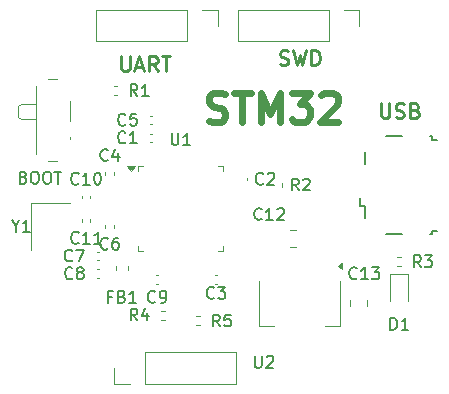
<source format=gbr>
%TF.GenerationSoftware,KiCad,Pcbnew,8.0.3*%
%TF.CreationDate,2024-07-09T00:13:46+05:30*%
%TF.ProjectId,STM32 PCB DESIGN,53544d33-3220-4504-9342-204445534947,rev?*%
%TF.SameCoordinates,Original*%
%TF.FileFunction,Legend,Top*%
%TF.FilePolarity,Positive*%
%FSLAX46Y46*%
G04 Gerber Fmt 4.6, Leading zero omitted, Abs format (unit mm)*
G04 Created by KiCad (PCBNEW 8.0.3) date 2024-07-09 00:13:46*
%MOMM*%
%LPD*%
G01*
G04 APERTURE LIST*
%ADD10C,0.600000*%
%ADD11C,0.250000*%
%ADD12C,0.200000*%
%ADD13C,0.150000*%
%ADD14C,0.120000*%
G04 APERTURE END LIST*
D10*
X118370926Y-47043800D02*
X118728069Y-47162847D01*
X118728069Y-47162847D02*
X119323307Y-47162847D01*
X119323307Y-47162847D02*
X119561402Y-47043800D01*
X119561402Y-47043800D02*
X119680450Y-46924752D01*
X119680450Y-46924752D02*
X119799497Y-46686657D01*
X119799497Y-46686657D02*
X119799497Y-46448561D01*
X119799497Y-46448561D02*
X119680450Y-46210466D01*
X119680450Y-46210466D02*
X119561402Y-46091419D01*
X119561402Y-46091419D02*
X119323307Y-45972371D01*
X119323307Y-45972371D02*
X118847116Y-45853323D01*
X118847116Y-45853323D02*
X118609021Y-45734276D01*
X118609021Y-45734276D02*
X118489974Y-45615228D01*
X118489974Y-45615228D02*
X118370926Y-45377133D01*
X118370926Y-45377133D02*
X118370926Y-45139038D01*
X118370926Y-45139038D02*
X118489974Y-44900942D01*
X118489974Y-44900942D02*
X118609021Y-44781895D01*
X118609021Y-44781895D02*
X118847116Y-44662847D01*
X118847116Y-44662847D02*
X119442355Y-44662847D01*
X119442355Y-44662847D02*
X119799497Y-44781895D01*
X120513783Y-44662847D02*
X121942354Y-44662847D01*
X121228068Y-47162847D02*
X121228068Y-44662847D01*
X122775688Y-47162847D02*
X122775688Y-44662847D01*
X122775688Y-44662847D02*
X123609021Y-46448561D01*
X123609021Y-46448561D02*
X124442354Y-44662847D01*
X124442354Y-44662847D02*
X124442354Y-47162847D01*
X125394735Y-44662847D02*
X126942354Y-44662847D01*
X126942354Y-44662847D02*
X126109021Y-45615228D01*
X126109021Y-45615228D02*
X126466164Y-45615228D01*
X126466164Y-45615228D02*
X126704259Y-45734276D01*
X126704259Y-45734276D02*
X126823307Y-45853323D01*
X126823307Y-45853323D02*
X126942354Y-46091419D01*
X126942354Y-46091419D02*
X126942354Y-46686657D01*
X126942354Y-46686657D02*
X126823307Y-46924752D01*
X126823307Y-46924752D02*
X126704259Y-47043800D01*
X126704259Y-47043800D02*
X126466164Y-47162847D01*
X126466164Y-47162847D02*
X125751878Y-47162847D01*
X125751878Y-47162847D02*
X125513783Y-47043800D01*
X125513783Y-47043800D02*
X125394735Y-46924752D01*
X127894735Y-44900942D02*
X128013783Y-44781895D01*
X128013783Y-44781895D02*
X128251878Y-44662847D01*
X128251878Y-44662847D02*
X128847116Y-44662847D01*
X128847116Y-44662847D02*
X129085211Y-44781895D01*
X129085211Y-44781895D02*
X129204259Y-44900942D01*
X129204259Y-44900942D02*
X129323306Y-45139038D01*
X129323306Y-45139038D02*
X129323306Y-45377133D01*
X129323306Y-45377133D02*
X129204259Y-45734276D01*
X129204259Y-45734276D02*
X127775687Y-47162847D01*
X127775687Y-47162847D02*
X129323306Y-47162847D01*
D11*
X132962092Y-45584023D02*
X132962092Y-46595928D01*
X132962092Y-46595928D02*
X133021615Y-46714976D01*
X133021615Y-46714976D02*
X133081139Y-46774500D01*
X133081139Y-46774500D02*
X133200187Y-46834023D01*
X133200187Y-46834023D02*
X133438282Y-46834023D01*
X133438282Y-46834023D02*
X133557330Y-46774500D01*
X133557330Y-46774500D02*
X133616853Y-46714976D01*
X133616853Y-46714976D02*
X133676377Y-46595928D01*
X133676377Y-46595928D02*
X133676377Y-45584023D01*
X134212092Y-46774500D02*
X134390663Y-46834023D01*
X134390663Y-46834023D02*
X134688282Y-46834023D01*
X134688282Y-46834023D02*
X134807330Y-46774500D01*
X134807330Y-46774500D02*
X134866854Y-46714976D01*
X134866854Y-46714976D02*
X134926377Y-46595928D01*
X134926377Y-46595928D02*
X134926377Y-46476880D01*
X134926377Y-46476880D02*
X134866854Y-46357833D01*
X134866854Y-46357833D02*
X134807330Y-46298309D01*
X134807330Y-46298309D02*
X134688282Y-46238785D01*
X134688282Y-46238785D02*
X134450187Y-46179261D01*
X134450187Y-46179261D02*
X134331139Y-46119738D01*
X134331139Y-46119738D02*
X134271616Y-46060214D01*
X134271616Y-46060214D02*
X134212092Y-45941166D01*
X134212092Y-45941166D02*
X134212092Y-45822119D01*
X134212092Y-45822119D02*
X134271616Y-45703071D01*
X134271616Y-45703071D02*
X134331139Y-45643547D01*
X134331139Y-45643547D02*
X134450187Y-45584023D01*
X134450187Y-45584023D02*
X134747806Y-45584023D01*
X134747806Y-45584023D02*
X134926377Y-45643547D01*
X135878758Y-46179261D02*
X136057330Y-46238785D01*
X136057330Y-46238785D02*
X136116853Y-46298309D01*
X136116853Y-46298309D02*
X136176377Y-46417357D01*
X136176377Y-46417357D02*
X136176377Y-46595928D01*
X136176377Y-46595928D02*
X136116853Y-46714976D01*
X136116853Y-46714976D02*
X136057330Y-46774500D01*
X136057330Y-46774500D02*
X135938282Y-46834023D01*
X135938282Y-46834023D02*
X135462092Y-46834023D01*
X135462092Y-46834023D02*
X135462092Y-45584023D01*
X135462092Y-45584023D02*
X135878758Y-45584023D01*
X135878758Y-45584023D02*
X135997806Y-45643547D01*
X135997806Y-45643547D02*
X136057330Y-45703071D01*
X136057330Y-45703071D02*
X136116853Y-45822119D01*
X136116853Y-45822119D02*
X136116853Y-45941166D01*
X136116853Y-45941166D02*
X136057330Y-46060214D01*
X136057330Y-46060214D02*
X135997806Y-46119738D01*
X135997806Y-46119738D02*
X135878758Y-46179261D01*
X135878758Y-46179261D02*
X135462092Y-46179261D01*
X110962092Y-41584023D02*
X110962092Y-42595928D01*
X110962092Y-42595928D02*
X111021615Y-42714976D01*
X111021615Y-42714976D02*
X111081139Y-42774500D01*
X111081139Y-42774500D02*
X111200187Y-42834023D01*
X111200187Y-42834023D02*
X111438282Y-42834023D01*
X111438282Y-42834023D02*
X111557330Y-42774500D01*
X111557330Y-42774500D02*
X111616853Y-42714976D01*
X111616853Y-42714976D02*
X111676377Y-42595928D01*
X111676377Y-42595928D02*
X111676377Y-41584023D01*
X112212092Y-42476880D02*
X112807330Y-42476880D01*
X112093044Y-42834023D02*
X112509711Y-41584023D01*
X112509711Y-41584023D02*
X112926377Y-42834023D01*
X114057330Y-42834023D02*
X113640664Y-42238785D01*
X113343045Y-42834023D02*
X113343045Y-41584023D01*
X113343045Y-41584023D02*
X113819235Y-41584023D01*
X113819235Y-41584023D02*
X113938283Y-41643547D01*
X113938283Y-41643547D02*
X113997806Y-41703071D01*
X113997806Y-41703071D02*
X114057330Y-41822119D01*
X114057330Y-41822119D02*
X114057330Y-42000690D01*
X114057330Y-42000690D02*
X113997806Y-42119738D01*
X113997806Y-42119738D02*
X113938283Y-42179261D01*
X113938283Y-42179261D02*
X113819235Y-42238785D01*
X113819235Y-42238785D02*
X113343045Y-42238785D01*
X114414473Y-41584023D02*
X115128759Y-41584023D01*
X114771616Y-42834023D02*
X114771616Y-41584023D01*
X124402568Y-42274500D02*
X124581139Y-42334023D01*
X124581139Y-42334023D02*
X124878758Y-42334023D01*
X124878758Y-42334023D02*
X124997806Y-42274500D01*
X124997806Y-42274500D02*
X125057330Y-42214976D01*
X125057330Y-42214976D02*
X125116853Y-42095928D01*
X125116853Y-42095928D02*
X125116853Y-41976880D01*
X125116853Y-41976880D02*
X125057330Y-41857833D01*
X125057330Y-41857833D02*
X124997806Y-41798309D01*
X124997806Y-41798309D02*
X124878758Y-41738785D01*
X124878758Y-41738785D02*
X124640663Y-41679261D01*
X124640663Y-41679261D02*
X124521615Y-41619738D01*
X124521615Y-41619738D02*
X124462092Y-41560214D01*
X124462092Y-41560214D02*
X124402568Y-41441166D01*
X124402568Y-41441166D02*
X124402568Y-41322119D01*
X124402568Y-41322119D02*
X124462092Y-41203071D01*
X124462092Y-41203071D02*
X124521615Y-41143547D01*
X124521615Y-41143547D02*
X124640663Y-41084023D01*
X124640663Y-41084023D02*
X124938282Y-41084023D01*
X124938282Y-41084023D02*
X125116853Y-41143547D01*
X125533520Y-41084023D02*
X125831139Y-42334023D01*
X125831139Y-42334023D02*
X126069234Y-41441166D01*
X126069234Y-41441166D02*
X126307329Y-42334023D01*
X126307329Y-42334023D02*
X126604949Y-41084023D01*
X127081139Y-42334023D02*
X127081139Y-41084023D01*
X127081139Y-41084023D02*
X127378758Y-41084023D01*
X127378758Y-41084023D02*
X127557329Y-41143547D01*
X127557329Y-41143547D02*
X127676377Y-41262595D01*
X127676377Y-41262595D02*
X127735900Y-41381642D01*
X127735900Y-41381642D02*
X127795424Y-41619738D01*
X127795424Y-41619738D02*
X127795424Y-41798309D01*
X127795424Y-41798309D02*
X127735900Y-42036404D01*
X127735900Y-42036404D02*
X127676377Y-42155452D01*
X127676377Y-42155452D02*
X127557329Y-42274500D01*
X127557329Y-42274500D02*
X127378758Y-42334023D01*
X127378758Y-42334023D02*
X127081139Y-42334023D01*
D12*
X102703006Y-51843409D02*
X102845863Y-51891028D01*
X102845863Y-51891028D02*
X102893482Y-51938647D01*
X102893482Y-51938647D02*
X102941101Y-52033885D01*
X102941101Y-52033885D02*
X102941101Y-52176742D01*
X102941101Y-52176742D02*
X102893482Y-52271980D01*
X102893482Y-52271980D02*
X102845863Y-52319600D01*
X102845863Y-52319600D02*
X102750625Y-52367219D01*
X102750625Y-52367219D02*
X102369673Y-52367219D01*
X102369673Y-52367219D02*
X102369673Y-51367219D01*
X102369673Y-51367219D02*
X102703006Y-51367219D01*
X102703006Y-51367219D02*
X102798244Y-51414838D01*
X102798244Y-51414838D02*
X102845863Y-51462457D01*
X102845863Y-51462457D02*
X102893482Y-51557695D01*
X102893482Y-51557695D02*
X102893482Y-51652933D01*
X102893482Y-51652933D02*
X102845863Y-51748171D01*
X102845863Y-51748171D02*
X102798244Y-51795790D01*
X102798244Y-51795790D02*
X102703006Y-51843409D01*
X102703006Y-51843409D02*
X102369673Y-51843409D01*
X103560149Y-51367219D02*
X103750625Y-51367219D01*
X103750625Y-51367219D02*
X103845863Y-51414838D01*
X103845863Y-51414838D02*
X103941101Y-51510076D01*
X103941101Y-51510076D02*
X103988720Y-51700552D01*
X103988720Y-51700552D02*
X103988720Y-52033885D01*
X103988720Y-52033885D02*
X103941101Y-52224361D01*
X103941101Y-52224361D02*
X103845863Y-52319600D01*
X103845863Y-52319600D02*
X103750625Y-52367219D01*
X103750625Y-52367219D02*
X103560149Y-52367219D01*
X103560149Y-52367219D02*
X103464911Y-52319600D01*
X103464911Y-52319600D02*
X103369673Y-52224361D01*
X103369673Y-52224361D02*
X103322054Y-52033885D01*
X103322054Y-52033885D02*
X103322054Y-51700552D01*
X103322054Y-51700552D02*
X103369673Y-51510076D01*
X103369673Y-51510076D02*
X103464911Y-51414838D01*
X103464911Y-51414838D02*
X103560149Y-51367219D01*
X104607768Y-51367219D02*
X104798244Y-51367219D01*
X104798244Y-51367219D02*
X104893482Y-51414838D01*
X104893482Y-51414838D02*
X104988720Y-51510076D01*
X104988720Y-51510076D02*
X105036339Y-51700552D01*
X105036339Y-51700552D02*
X105036339Y-52033885D01*
X105036339Y-52033885D02*
X104988720Y-52224361D01*
X104988720Y-52224361D02*
X104893482Y-52319600D01*
X104893482Y-52319600D02*
X104798244Y-52367219D01*
X104798244Y-52367219D02*
X104607768Y-52367219D01*
X104607768Y-52367219D02*
X104512530Y-52319600D01*
X104512530Y-52319600D02*
X104417292Y-52224361D01*
X104417292Y-52224361D02*
X104369673Y-52033885D01*
X104369673Y-52033885D02*
X104369673Y-51700552D01*
X104369673Y-51700552D02*
X104417292Y-51510076D01*
X104417292Y-51510076D02*
X104512530Y-51414838D01*
X104512530Y-51414838D02*
X104607768Y-51367219D01*
X105322054Y-51367219D02*
X105893482Y-51367219D01*
X105607768Y-52367219D02*
X105607768Y-51367219D01*
D13*
X112333333Y-63954819D02*
X112000000Y-63478628D01*
X111761905Y-63954819D02*
X111761905Y-62954819D01*
X111761905Y-62954819D02*
X112142857Y-62954819D01*
X112142857Y-62954819D02*
X112238095Y-63002438D01*
X112238095Y-63002438D02*
X112285714Y-63050057D01*
X112285714Y-63050057D02*
X112333333Y-63145295D01*
X112333333Y-63145295D02*
X112333333Y-63288152D01*
X112333333Y-63288152D02*
X112285714Y-63383390D01*
X112285714Y-63383390D02*
X112238095Y-63431009D01*
X112238095Y-63431009D02*
X112142857Y-63478628D01*
X112142857Y-63478628D02*
X111761905Y-63478628D01*
X113190476Y-63288152D02*
X113190476Y-63954819D01*
X112952381Y-62907200D02*
X112714286Y-63621485D01*
X112714286Y-63621485D02*
X113333333Y-63621485D01*
X106833333Y-60359580D02*
X106785714Y-60407200D01*
X106785714Y-60407200D02*
X106642857Y-60454819D01*
X106642857Y-60454819D02*
X106547619Y-60454819D01*
X106547619Y-60454819D02*
X106404762Y-60407200D01*
X106404762Y-60407200D02*
X106309524Y-60311961D01*
X106309524Y-60311961D02*
X106261905Y-60216723D01*
X106261905Y-60216723D02*
X106214286Y-60026247D01*
X106214286Y-60026247D02*
X106214286Y-59883390D01*
X106214286Y-59883390D02*
X106261905Y-59692914D01*
X106261905Y-59692914D02*
X106309524Y-59597676D01*
X106309524Y-59597676D02*
X106404762Y-59502438D01*
X106404762Y-59502438D02*
X106547619Y-59454819D01*
X106547619Y-59454819D02*
X106642857Y-59454819D01*
X106642857Y-59454819D02*
X106785714Y-59502438D01*
X106785714Y-59502438D02*
X106833333Y-59550057D01*
X107404762Y-59883390D02*
X107309524Y-59835771D01*
X107309524Y-59835771D02*
X107261905Y-59788152D01*
X107261905Y-59788152D02*
X107214286Y-59692914D01*
X107214286Y-59692914D02*
X107214286Y-59645295D01*
X107214286Y-59645295D02*
X107261905Y-59550057D01*
X107261905Y-59550057D02*
X107309524Y-59502438D01*
X107309524Y-59502438D02*
X107404762Y-59454819D01*
X107404762Y-59454819D02*
X107595238Y-59454819D01*
X107595238Y-59454819D02*
X107690476Y-59502438D01*
X107690476Y-59502438D02*
X107738095Y-59550057D01*
X107738095Y-59550057D02*
X107785714Y-59645295D01*
X107785714Y-59645295D02*
X107785714Y-59692914D01*
X107785714Y-59692914D02*
X107738095Y-59788152D01*
X107738095Y-59788152D02*
X107690476Y-59835771D01*
X107690476Y-59835771D02*
X107595238Y-59883390D01*
X107595238Y-59883390D02*
X107404762Y-59883390D01*
X107404762Y-59883390D02*
X107309524Y-59931009D01*
X107309524Y-59931009D02*
X107261905Y-59978628D01*
X107261905Y-59978628D02*
X107214286Y-60073866D01*
X107214286Y-60073866D02*
X107214286Y-60264342D01*
X107214286Y-60264342D02*
X107261905Y-60359580D01*
X107261905Y-60359580D02*
X107309524Y-60407200D01*
X107309524Y-60407200D02*
X107404762Y-60454819D01*
X107404762Y-60454819D02*
X107595238Y-60454819D01*
X107595238Y-60454819D02*
X107690476Y-60407200D01*
X107690476Y-60407200D02*
X107738095Y-60359580D01*
X107738095Y-60359580D02*
X107785714Y-60264342D01*
X107785714Y-60264342D02*
X107785714Y-60073866D01*
X107785714Y-60073866D02*
X107738095Y-59978628D01*
X107738095Y-59978628D02*
X107690476Y-59931009D01*
X107690476Y-59931009D02*
X107595238Y-59883390D01*
X122993333Y-52359580D02*
X122945714Y-52407200D01*
X122945714Y-52407200D02*
X122802857Y-52454819D01*
X122802857Y-52454819D02*
X122707619Y-52454819D01*
X122707619Y-52454819D02*
X122564762Y-52407200D01*
X122564762Y-52407200D02*
X122469524Y-52311961D01*
X122469524Y-52311961D02*
X122421905Y-52216723D01*
X122421905Y-52216723D02*
X122374286Y-52026247D01*
X122374286Y-52026247D02*
X122374286Y-51883390D01*
X122374286Y-51883390D02*
X122421905Y-51692914D01*
X122421905Y-51692914D02*
X122469524Y-51597676D01*
X122469524Y-51597676D02*
X122564762Y-51502438D01*
X122564762Y-51502438D02*
X122707619Y-51454819D01*
X122707619Y-51454819D02*
X122802857Y-51454819D01*
X122802857Y-51454819D02*
X122945714Y-51502438D01*
X122945714Y-51502438D02*
X122993333Y-51550057D01*
X123374286Y-51550057D02*
X123421905Y-51502438D01*
X123421905Y-51502438D02*
X123517143Y-51454819D01*
X123517143Y-51454819D02*
X123755238Y-51454819D01*
X123755238Y-51454819D02*
X123850476Y-51502438D01*
X123850476Y-51502438D02*
X123898095Y-51550057D01*
X123898095Y-51550057D02*
X123945714Y-51645295D01*
X123945714Y-51645295D02*
X123945714Y-51740533D01*
X123945714Y-51740533D02*
X123898095Y-51883390D01*
X123898095Y-51883390D02*
X123326667Y-52454819D01*
X123326667Y-52454819D02*
X123945714Y-52454819D01*
X109833333Y-50359580D02*
X109785714Y-50407200D01*
X109785714Y-50407200D02*
X109642857Y-50454819D01*
X109642857Y-50454819D02*
X109547619Y-50454819D01*
X109547619Y-50454819D02*
X109404762Y-50407200D01*
X109404762Y-50407200D02*
X109309524Y-50311961D01*
X109309524Y-50311961D02*
X109261905Y-50216723D01*
X109261905Y-50216723D02*
X109214286Y-50026247D01*
X109214286Y-50026247D02*
X109214286Y-49883390D01*
X109214286Y-49883390D02*
X109261905Y-49692914D01*
X109261905Y-49692914D02*
X109309524Y-49597676D01*
X109309524Y-49597676D02*
X109404762Y-49502438D01*
X109404762Y-49502438D02*
X109547619Y-49454819D01*
X109547619Y-49454819D02*
X109642857Y-49454819D01*
X109642857Y-49454819D02*
X109785714Y-49502438D01*
X109785714Y-49502438D02*
X109833333Y-49550057D01*
X110690476Y-49788152D02*
X110690476Y-50454819D01*
X110452381Y-49407200D02*
X110214286Y-50121485D01*
X110214286Y-50121485D02*
X110833333Y-50121485D01*
X111333333Y-47359580D02*
X111285714Y-47407200D01*
X111285714Y-47407200D02*
X111142857Y-47454819D01*
X111142857Y-47454819D02*
X111047619Y-47454819D01*
X111047619Y-47454819D02*
X110904762Y-47407200D01*
X110904762Y-47407200D02*
X110809524Y-47311961D01*
X110809524Y-47311961D02*
X110761905Y-47216723D01*
X110761905Y-47216723D02*
X110714286Y-47026247D01*
X110714286Y-47026247D02*
X110714286Y-46883390D01*
X110714286Y-46883390D02*
X110761905Y-46692914D01*
X110761905Y-46692914D02*
X110809524Y-46597676D01*
X110809524Y-46597676D02*
X110904762Y-46502438D01*
X110904762Y-46502438D02*
X111047619Y-46454819D01*
X111047619Y-46454819D02*
X111142857Y-46454819D01*
X111142857Y-46454819D02*
X111285714Y-46502438D01*
X111285714Y-46502438D02*
X111333333Y-46550057D01*
X112238095Y-46454819D02*
X111761905Y-46454819D01*
X111761905Y-46454819D02*
X111714286Y-46931009D01*
X111714286Y-46931009D02*
X111761905Y-46883390D01*
X111761905Y-46883390D02*
X111857143Y-46835771D01*
X111857143Y-46835771D02*
X112095238Y-46835771D01*
X112095238Y-46835771D02*
X112190476Y-46883390D01*
X112190476Y-46883390D02*
X112238095Y-46931009D01*
X112238095Y-46931009D02*
X112285714Y-47026247D01*
X112285714Y-47026247D02*
X112285714Y-47264342D01*
X112285714Y-47264342D02*
X112238095Y-47359580D01*
X112238095Y-47359580D02*
X112190476Y-47407200D01*
X112190476Y-47407200D02*
X112095238Y-47454819D01*
X112095238Y-47454819D02*
X111857143Y-47454819D01*
X111857143Y-47454819D02*
X111761905Y-47407200D01*
X111761905Y-47407200D02*
X111714286Y-47359580D01*
X107357142Y-52359580D02*
X107309523Y-52407200D01*
X107309523Y-52407200D02*
X107166666Y-52454819D01*
X107166666Y-52454819D02*
X107071428Y-52454819D01*
X107071428Y-52454819D02*
X106928571Y-52407200D01*
X106928571Y-52407200D02*
X106833333Y-52311961D01*
X106833333Y-52311961D02*
X106785714Y-52216723D01*
X106785714Y-52216723D02*
X106738095Y-52026247D01*
X106738095Y-52026247D02*
X106738095Y-51883390D01*
X106738095Y-51883390D02*
X106785714Y-51692914D01*
X106785714Y-51692914D02*
X106833333Y-51597676D01*
X106833333Y-51597676D02*
X106928571Y-51502438D01*
X106928571Y-51502438D02*
X107071428Y-51454819D01*
X107071428Y-51454819D02*
X107166666Y-51454819D01*
X107166666Y-51454819D02*
X107309523Y-51502438D01*
X107309523Y-51502438D02*
X107357142Y-51550057D01*
X108309523Y-52454819D02*
X107738095Y-52454819D01*
X108023809Y-52454819D02*
X108023809Y-51454819D01*
X108023809Y-51454819D02*
X107928571Y-51597676D01*
X107928571Y-51597676D02*
X107833333Y-51692914D01*
X107833333Y-51692914D02*
X107738095Y-51740533D01*
X108928571Y-51454819D02*
X109023809Y-51454819D01*
X109023809Y-51454819D02*
X109119047Y-51502438D01*
X109119047Y-51502438D02*
X109166666Y-51550057D01*
X109166666Y-51550057D02*
X109214285Y-51645295D01*
X109214285Y-51645295D02*
X109261904Y-51835771D01*
X109261904Y-51835771D02*
X109261904Y-52073866D01*
X109261904Y-52073866D02*
X109214285Y-52264342D01*
X109214285Y-52264342D02*
X109166666Y-52359580D01*
X109166666Y-52359580D02*
X109119047Y-52407200D01*
X109119047Y-52407200D02*
X109023809Y-52454819D01*
X109023809Y-52454819D02*
X108928571Y-52454819D01*
X108928571Y-52454819D02*
X108833333Y-52407200D01*
X108833333Y-52407200D02*
X108785714Y-52359580D01*
X108785714Y-52359580D02*
X108738095Y-52264342D01*
X108738095Y-52264342D02*
X108690476Y-52073866D01*
X108690476Y-52073866D02*
X108690476Y-51835771D01*
X108690476Y-51835771D02*
X108738095Y-51645295D01*
X108738095Y-51645295D02*
X108785714Y-51550057D01*
X108785714Y-51550057D02*
X108833333Y-51502438D01*
X108833333Y-51502438D02*
X108928571Y-51454819D01*
X119333333Y-64454819D02*
X119000000Y-63978628D01*
X118761905Y-64454819D02*
X118761905Y-63454819D01*
X118761905Y-63454819D02*
X119142857Y-63454819D01*
X119142857Y-63454819D02*
X119238095Y-63502438D01*
X119238095Y-63502438D02*
X119285714Y-63550057D01*
X119285714Y-63550057D02*
X119333333Y-63645295D01*
X119333333Y-63645295D02*
X119333333Y-63788152D01*
X119333333Y-63788152D02*
X119285714Y-63883390D01*
X119285714Y-63883390D02*
X119238095Y-63931009D01*
X119238095Y-63931009D02*
X119142857Y-63978628D01*
X119142857Y-63978628D02*
X118761905Y-63978628D01*
X120238095Y-63454819D02*
X119761905Y-63454819D01*
X119761905Y-63454819D02*
X119714286Y-63931009D01*
X119714286Y-63931009D02*
X119761905Y-63883390D01*
X119761905Y-63883390D02*
X119857143Y-63835771D01*
X119857143Y-63835771D02*
X120095238Y-63835771D01*
X120095238Y-63835771D02*
X120190476Y-63883390D01*
X120190476Y-63883390D02*
X120238095Y-63931009D01*
X120238095Y-63931009D02*
X120285714Y-64026247D01*
X120285714Y-64026247D02*
X120285714Y-64264342D01*
X120285714Y-64264342D02*
X120238095Y-64359580D01*
X120238095Y-64359580D02*
X120190476Y-64407200D01*
X120190476Y-64407200D02*
X120095238Y-64454819D01*
X120095238Y-64454819D02*
X119857143Y-64454819D01*
X119857143Y-64454819D02*
X119761905Y-64407200D01*
X119761905Y-64407200D02*
X119714286Y-64359580D01*
X111333333Y-48859580D02*
X111285714Y-48907200D01*
X111285714Y-48907200D02*
X111142857Y-48954819D01*
X111142857Y-48954819D02*
X111047619Y-48954819D01*
X111047619Y-48954819D02*
X110904762Y-48907200D01*
X110904762Y-48907200D02*
X110809524Y-48811961D01*
X110809524Y-48811961D02*
X110761905Y-48716723D01*
X110761905Y-48716723D02*
X110714286Y-48526247D01*
X110714286Y-48526247D02*
X110714286Y-48383390D01*
X110714286Y-48383390D02*
X110761905Y-48192914D01*
X110761905Y-48192914D02*
X110809524Y-48097676D01*
X110809524Y-48097676D02*
X110904762Y-48002438D01*
X110904762Y-48002438D02*
X111047619Y-47954819D01*
X111047619Y-47954819D02*
X111142857Y-47954819D01*
X111142857Y-47954819D02*
X111285714Y-48002438D01*
X111285714Y-48002438D02*
X111333333Y-48050057D01*
X112285714Y-48954819D02*
X111714286Y-48954819D01*
X112000000Y-48954819D02*
X112000000Y-47954819D01*
X112000000Y-47954819D02*
X111904762Y-48097676D01*
X111904762Y-48097676D02*
X111809524Y-48192914D01*
X111809524Y-48192914D02*
X111714286Y-48240533D01*
X136333333Y-59454819D02*
X136000000Y-58978628D01*
X135761905Y-59454819D02*
X135761905Y-58454819D01*
X135761905Y-58454819D02*
X136142857Y-58454819D01*
X136142857Y-58454819D02*
X136238095Y-58502438D01*
X136238095Y-58502438D02*
X136285714Y-58550057D01*
X136285714Y-58550057D02*
X136333333Y-58645295D01*
X136333333Y-58645295D02*
X136333333Y-58788152D01*
X136333333Y-58788152D02*
X136285714Y-58883390D01*
X136285714Y-58883390D02*
X136238095Y-58931009D01*
X136238095Y-58931009D02*
X136142857Y-58978628D01*
X136142857Y-58978628D02*
X135761905Y-58978628D01*
X136666667Y-58454819D02*
X137285714Y-58454819D01*
X137285714Y-58454819D02*
X136952381Y-58835771D01*
X136952381Y-58835771D02*
X137095238Y-58835771D01*
X137095238Y-58835771D02*
X137190476Y-58883390D01*
X137190476Y-58883390D02*
X137238095Y-58931009D01*
X137238095Y-58931009D02*
X137285714Y-59026247D01*
X137285714Y-59026247D02*
X137285714Y-59264342D01*
X137285714Y-59264342D02*
X137238095Y-59359580D01*
X137238095Y-59359580D02*
X137190476Y-59407200D01*
X137190476Y-59407200D02*
X137095238Y-59454819D01*
X137095238Y-59454819D02*
X136809524Y-59454819D01*
X136809524Y-59454819D02*
X136714286Y-59407200D01*
X136714286Y-59407200D02*
X136666667Y-59359580D01*
X122288095Y-66954819D02*
X122288095Y-67764342D01*
X122288095Y-67764342D02*
X122335714Y-67859580D01*
X122335714Y-67859580D02*
X122383333Y-67907200D01*
X122383333Y-67907200D02*
X122478571Y-67954819D01*
X122478571Y-67954819D02*
X122669047Y-67954819D01*
X122669047Y-67954819D02*
X122764285Y-67907200D01*
X122764285Y-67907200D02*
X122811904Y-67859580D01*
X122811904Y-67859580D02*
X122859523Y-67764342D01*
X122859523Y-67764342D02*
X122859523Y-66954819D01*
X123288095Y-67050057D02*
X123335714Y-67002438D01*
X123335714Y-67002438D02*
X123430952Y-66954819D01*
X123430952Y-66954819D02*
X123669047Y-66954819D01*
X123669047Y-66954819D02*
X123764285Y-67002438D01*
X123764285Y-67002438D02*
X123811904Y-67050057D01*
X123811904Y-67050057D02*
X123859523Y-67145295D01*
X123859523Y-67145295D02*
X123859523Y-67240533D01*
X123859523Y-67240533D02*
X123811904Y-67383390D01*
X123811904Y-67383390D02*
X123240476Y-67954819D01*
X123240476Y-67954819D02*
X123859523Y-67954819D01*
X106813333Y-58859580D02*
X106765714Y-58907200D01*
X106765714Y-58907200D02*
X106622857Y-58954819D01*
X106622857Y-58954819D02*
X106527619Y-58954819D01*
X106527619Y-58954819D02*
X106384762Y-58907200D01*
X106384762Y-58907200D02*
X106289524Y-58811961D01*
X106289524Y-58811961D02*
X106241905Y-58716723D01*
X106241905Y-58716723D02*
X106194286Y-58526247D01*
X106194286Y-58526247D02*
X106194286Y-58383390D01*
X106194286Y-58383390D02*
X106241905Y-58192914D01*
X106241905Y-58192914D02*
X106289524Y-58097676D01*
X106289524Y-58097676D02*
X106384762Y-58002438D01*
X106384762Y-58002438D02*
X106527619Y-57954819D01*
X106527619Y-57954819D02*
X106622857Y-57954819D01*
X106622857Y-57954819D02*
X106765714Y-58002438D01*
X106765714Y-58002438D02*
X106813333Y-58050057D01*
X107146667Y-57954819D02*
X107813333Y-57954819D01*
X107813333Y-57954819D02*
X107384762Y-58954819D01*
X118833333Y-62019580D02*
X118785714Y-62067200D01*
X118785714Y-62067200D02*
X118642857Y-62114819D01*
X118642857Y-62114819D02*
X118547619Y-62114819D01*
X118547619Y-62114819D02*
X118404762Y-62067200D01*
X118404762Y-62067200D02*
X118309524Y-61971961D01*
X118309524Y-61971961D02*
X118261905Y-61876723D01*
X118261905Y-61876723D02*
X118214286Y-61686247D01*
X118214286Y-61686247D02*
X118214286Y-61543390D01*
X118214286Y-61543390D02*
X118261905Y-61352914D01*
X118261905Y-61352914D02*
X118309524Y-61257676D01*
X118309524Y-61257676D02*
X118404762Y-61162438D01*
X118404762Y-61162438D02*
X118547619Y-61114819D01*
X118547619Y-61114819D02*
X118642857Y-61114819D01*
X118642857Y-61114819D02*
X118785714Y-61162438D01*
X118785714Y-61162438D02*
X118833333Y-61210057D01*
X119166667Y-61114819D02*
X119785714Y-61114819D01*
X119785714Y-61114819D02*
X119452381Y-61495771D01*
X119452381Y-61495771D02*
X119595238Y-61495771D01*
X119595238Y-61495771D02*
X119690476Y-61543390D01*
X119690476Y-61543390D02*
X119738095Y-61591009D01*
X119738095Y-61591009D02*
X119785714Y-61686247D01*
X119785714Y-61686247D02*
X119785714Y-61924342D01*
X119785714Y-61924342D02*
X119738095Y-62019580D01*
X119738095Y-62019580D02*
X119690476Y-62067200D01*
X119690476Y-62067200D02*
X119595238Y-62114819D01*
X119595238Y-62114819D02*
X119309524Y-62114819D01*
X119309524Y-62114819D02*
X119214286Y-62067200D01*
X119214286Y-62067200D02*
X119166667Y-62019580D01*
X110166666Y-61931009D02*
X109833333Y-61931009D01*
X109833333Y-62454819D02*
X109833333Y-61454819D01*
X109833333Y-61454819D02*
X110309523Y-61454819D01*
X111023809Y-61931009D02*
X111166666Y-61978628D01*
X111166666Y-61978628D02*
X111214285Y-62026247D01*
X111214285Y-62026247D02*
X111261904Y-62121485D01*
X111261904Y-62121485D02*
X111261904Y-62264342D01*
X111261904Y-62264342D02*
X111214285Y-62359580D01*
X111214285Y-62359580D02*
X111166666Y-62407200D01*
X111166666Y-62407200D02*
X111071428Y-62454819D01*
X111071428Y-62454819D02*
X110690476Y-62454819D01*
X110690476Y-62454819D02*
X110690476Y-61454819D01*
X110690476Y-61454819D02*
X111023809Y-61454819D01*
X111023809Y-61454819D02*
X111119047Y-61502438D01*
X111119047Y-61502438D02*
X111166666Y-61550057D01*
X111166666Y-61550057D02*
X111214285Y-61645295D01*
X111214285Y-61645295D02*
X111214285Y-61740533D01*
X111214285Y-61740533D02*
X111166666Y-61835771D01*
X111166666Y-61835771D02*
X111119047Y-61883390D01*
X111119047Y-61883390D02*
X111023809Y-61931009D01*
X111023809Y-61931009D02*
X110690476Y-61931009D01*
X112214285Y-62454819D02*
X111642857Y-62454819D01*
X111928571Y-62454819D02*
X111928571Y-61454819D01*
X111928571Y-61454819D02*
X111833333Y-61597676D01*
X111833333Y-61597676D02*
X111738095Y-61692914D01*
X111738095Y-61692914D02*
X111642857Y-61740533D01*
X122857142Y-55359580D02*
X122809523Y-55407200D01*
X122809523Y-55407200D02*
X122666666Y-55454819D01*
X122666666Y-55454819D02*
X122571428Y-55454819D01*
X122571428Y-55454819D02*
X122428571Y-55407200D01*
X122428571Y-55407200D02*
X122333333Y-55311961D01*
X122333333Y-55311961D02*
X122285714Y-55216723D01*
X122285714Y-55216723D02*
X122238095Y-55026247D01*
X122238095Y-55026247D02*
X122238095Y-54883390D01*
X122238095Y-54883390D02*
X122285714Y-54692914D01*
X122285714Y-54692914D02*
X122333333Y-54597676D01*
X122333333Y-54597676D02*
X122428571Y-54502438D01*
X122428571Y-54502438D02*
X122571428Y-54454819D01*
X122571428Y-54454819D02*
X122666666Y-54454819D01*
X122666666Y-54454819D02*
X122809523Y-54502438D01*
X122809523Y-54502438D02*
X122857142Y-54550057D01*
X123809523Y-55454819D02*
X123238095Y-55454819D01*
X123523809Y-55454819D02*
X123523809Y-54454819D01*
X123523809Y-54454819D02*
X123428571Y-54597676D01*
X123428571Y-54597676D02*
X123333333Y-54692914D01*
X123333333Y-54692914D02*
X123238095Y-54740533D01*
X124190476Y-54550057D02*
X124238095Y-54502438D01*
X124238095Y-54502438D02*
X124333333Y-54454819D01*
X124333333Y-54454819D02*
X124571428Y-54454819D01*
X124571428Y-54454819D02*
X124666666Y-54502438D01*
X124666666Y-54502438D02*
X124714285Y-54550057D01*
X124714285Y-54550057D02*
X124761904Y-54645295D01*
X124761904Y-54645295D02*
X124761904Y-54740533D01*
X124761904Y-54740533D02*
X124714285Y-54883390D01*
X124714285Y-54883390D02*
X124142857Y-55454819D01*
X124142857Y-55454819D02*
X124761904Y-55454819D01*
X109833333Y-57859580D02*
X109785714Y-57907200D01*
X109785714Y-57907200D02*
X109642857Y-57954819D01*
X109642857Y-57954819D02*
X109547619Y-57954819D01*
X109547619Y-57954819D02*
X109404762Y-57907200D01*
X109404762Y-57907200D02*
X109309524Y-57811961D01*
X109309524Y-57811961D02*
X109261905Y-57716723D01*
X109261905Y-57716723D02*
X109214286Y-57526247D01*
X109214286Y-57526247D02*
X109214286Y-57383390D01*
X109214286Y-57383390D02*
X109261905Y-57192914D01*
X109261905Y-57192914D02*
X109309524Y-57097676D01*
X109309524Y-57097676D02*
X109404762Y-57002438D01*
X109404762Y-57002438D02*
X109547619Y-56954819D01*
X109547619Y-56954819D02*
X109642857Y-56954819D01*
X109642857Y-56954819D02*
X109785714Y-57002438D01*
X109785714Y-57002438D02*
X109833333Y-57050057D01*
X110690476Y-56954819D02*
X110500000Y-56954819D01*
X110500000Y-56954819D02*
X110404762Y-57002438D01*
X110404762Y-57002438D02*
X110357143Y-57050057D01*
X110357143Y-57050057D02*
X110261905Y-57192914D01*
X110261905Y-57192914D02*
X110214286Y-57383390D01*
X110214286Y-57383390D02*
X110214286Y-57764342D01*
X110214286Y-57764342D02*
X110261905Y-57859580D01*
X110261905Y-57859580D02*
X110309524Y-57907200D01*
X110309524Y-57907200D02*
X110404762Y-57954819D01*
X110404762Y-57954819D02*
X110595238Y-57954819D01*
X110595238Y-57954819D02*
X110690476Y-57907200D01*
X110690476Y-57907200D02*
X110738095Y-57859580D01*
X110738095Y-57859580D02*
X110785714Y-57764342D01*
X110785714Y-57764342D02*
X110785714Y-57526247D01*
X110785714Y-57526247D02*
X110738095Y-57431009D01*
X110738095Y-57431009D02*
X110690476Y-57383390D01*
X110690476Y-57383390D02*
X110595238Y-57335771D01*
X110595238Y-57335771D02*
X110404762Y-57335771D01*
X110404762Y-57335771D02*
X110309524Y-57383390D01*
X110309524Y-57383390D02*
X110261905Y-57431009D01*
X110261905Y-57431009D02*
X110214286Y-57526247D01*
X107357142Y-57359580D02*
X107309523Y-57407200D01*
X107309523Y-57407200D02*
X107166666Y-57454819D01*
X107166666Y-57454819D02*
X107071428Y-57454819D01*
X107071428Y-57454819D02*
X106928571Y-57407200D01*
X106928571Y-57407200D02*
X106833333Y-57311961D01*
X106833333Y-57311961D02*
X106785714Y-57216723D01*
X106785714Y-57216723D02*
X106738095Y-57026247D01*
X106738095Y-57026247D02*
X106738095Y-56883390D01*
X106738095Y-56883390D02*
X106785714Y-56692914D01*
X106785714Y-56692914D02*
X106833333Y-56597676D01*
X106833333Y-56597676D02*
X106928571Y-56502438D01*
X106928571Y-56502438D02*
X107071428Y-56454819D01*
X107071428Y-56454819D02*
X107166666Y-56454819D01*
X107166666Y-56454819D02*
X107309523Y-56502438D01*
X107309523Y-56502438D02*
X107357142Y-56550057D01*
X108309523Y-57454819D02*
X107738095Y-57454819D01*
X108023809Y-57454819D02*
X108023809Y-56454819D01*
X108023809Y-56454819D02*
X107928571Y-56597676D01*
X107928571Y-56597676D02*
X107833333Y-56692914D01*
X107833333Y-56692914D02*
X107738095Y-56740533D01*
X109261904Y-57454819D02*
X108690476Y-57454819D01*
X108976190Y-57454819D02*
X108976190Y-56454819D01*
X108976190Y-56454819D02*
X108880952Y-56597676D01*
X108880952Y-56597676D02*
X108785714Y-56692914D01*
X108785714Y-56692914D02*
X108690476Y-56740533D01*
X115238095Y-48104819D02*
X115238095Y-48914342D01*
X115238095Y-48914342D02*
X115285714Y-49009580D01*
X115285714Y-49009580D02*
X115333333Y-49057200D01*
X115333333Y-49057200D02*
X115428571Y-49104819D01*
X115428571Y-49104819D02*
X115619047Y-49104819D01*
X115619047Y-49104819D02*
X115714285Y-49057200D01*
X115714285Y-49057200D02*
X115761904Y-49009580D01*
X115761904Y-49009580D02*
X115809523Y-48914342D01*
X115809523Y-48914342D02*
X115809523Y-48104819D01*
X116809523Y-49104819D02*
X116238095Y-49104819D01*
X116523809Y-49104819D02*
X116523809Y-48104819D01*
X116523809Y-48104819D02*
X116428571Y-48247676D01*
X116428571Y-48247676D02*
X116333333Y-48342914D01*
X116333333Y-48342914D02*
X116238095Y-48390533D01*
X113833333Y-62359580D02*
X113785714Y-62407200D01*
X113785714Y-62407200D02*
X113642857Y-62454819D01*
X113642857Y-62454819D02*
X113547619Y-62454819D01*
X113547619Y-62454819D02*
X113404762Y-62407200D01*
X113404762Y-62407200D02*
X113309524Y-62311961D01*
X113309524Y-62311961D02*
X113261905Y-62216723D01*
X113261905Y-62216723D02*
X113214286Y-62026247D01*
X113214286Y-62026247D02*
X113214286Y-61883390D01*
X113214286Y-61883390D02*
X113261905Y-61692914D01*
X113261905Y-61692914D02*
X113309524Y-61597676D01*
X113309524Y-61597676D02*
X113404762Y-61502438D01*
X113404762Y-61502438D02*
X113547619Y-61454819D01*
X113547619Y-61454819D02*
X113642857Y-61454819D01*
X113642857Y-61454819D02*
X113785714Y-61502438D01*
X113785714Y-61502438D02*
X113833333Y-61550057D01*
X114309524Y-62454819D02*
X114500000Y-62454819D01*
X114500000Y-62454819D02*
X114595238Y-62407200D01*
X114595238Y-62407200D02*
X114642857Y-62359580D01*
X114642857Y-62359580D02*
X114738095Y-62216723D01*
X114738095Y-62216723D02*
X114785714Y-62026247D01*
X114785714Y-62026247D02*
X114785714Y-61645295D01*
X114785714Y-61645295D02*
X114738095Y-61550057D01*
X114738095Y-61550057D02*
X114690476Y-61502438D01*
X114690476Y-61502438D02*
X114595238Y-61454819D01*
X114595238Y-61454819D02*
X114404762Y-61454819D01*
X114404762Y-61454819D02*
X114309524Y-61502438D01*
X114309524Y-61502438D02*
X114261905Y-61550057D01*
X114261905Y-61550057D02*
X114214286Y-61645295D01*
X114214286Y-61645295D02*
X114214286Y-61883390D01*
X114214286Y-61883390D02*
X114261905Y-61978628D01*
X114261905Y-61978628D02*
X114309524Y-62026247D01*
X114309524Y-62026247D02*
X114404762Y-62073866D01*
X114404762Y-62073866D02*
X114595238Y-62073866D01*
X114595238Y-62073866D02*
X114690476Y-62026247D01*
X114690476Y-62026247D02*
X114738095Y-61978628D01*
X114738095Y-61978628D02*
X114785714Y-61883390D01*
X130907142Y-60359580D02*
X130859523Y-60407200D01*
X130859523Y-60407200D02*
X130716666Y-60454819D01*
X130716666Y-60454819D02*
X130621428Y-60454819D01*
X130621428Y-60454819D02*
X130478571Y-60407200D01*
X130478571Y-60407200D02*
X130383333Y-60311961D01*
X130383333Y-60311961D02*
X130335714Y-60216723D01*
X130335714Y-60216723D02*
X130288095Y-60026247D01*
X130288095Y-60026247D02*
X130288095Y-59883390D01*
X130288095Y-59883390D02*
X130335714Y-59692914D01*
X130335714Y-59692914D02*
X130383333Y-59597676D01*
X130383333Y-59597676D02*
X130478571Y-59502438D01*
X130478571Y-59502438D02*
X130621428Y-59454819D01*
X130621428Y-59454819D02*
X130716666Y-59454819D01*
X130716666Y-59454819D02*
X130859523Y-59502438D01*
X130859523Y-59502438D02*
X130907142Y-59550057D01*
X131859523Y-60454819D02*
X131288095Y-60454819D01*
X131573809Y-60454819D02*
X131573809Y-59454819D01*
X131573809Y-59454819D02*
X131478571Y-59597676D01*
X131478571Y-59597676D02*
X131383333Y-59692914D01*
X131383333Y-59692914D02*
X131288095Y-59740533D01*
X132192857Y-59454819D02*
X132811904Y-59454819D01*
X132811904Y-59454819D02*
X132478571Y-59835771D01*
X132478571Y-59835771D02*
X132621428Y-59835771D01*
X132621428Y-59835771D02*
X132716666Y-59883390D01*
X132716666Y-59883390D02*
X132764285Y-59931009D01*
X132764285Y-59931009D02*
X132811904Y-60026247D01*
X132811904Y-60026247D02*
X132811904Y-60264342D01*
X132811904Y-60264342D02*
X132764285Y-60359580D01*
X132764285Y-60359580D02*
X132716666Y-60407200D01*
X132716666Y-60407200D02*
X132621428Y-60454819D01*
X132621428Y-60454819D02*
X132335714Y-60454819D01*
X132335714Y-60454819D02*
X132240476Y-60407200D01*
X132240476Y-60407200D02*
X132192857Y-60359580D01*
X112333333Y-44954819D02*
X112000000Y-44478628D01*
X111761905Y-44954819D02*
X111761905Y-43954819D01*
X111761905Y-43954819D02*
X112142857Y-43954819D01*
X112142857Y-43954819D02*
X112238095Y-44002438D01*
X112238095Y-44002438D02*
X112285714Y-44050057D01*
X112285714Y-44050057D02*
X112333333Y-44145295D01*
X112333333Y-44145295D02*
X112333333Y-44288152D01*
X112333333Y-44288152D02*
X112285714Y-44383390D01*
X112285714Y-44383390D02*
X112238095Y-44431009D01*
X112238095Y-44431009D02*
X112142857Y-44478628D01*
X112142857Y-44478628D02*
X111761905Y-44478628D01*
X113285714Y-44954819D02*
X112714286Y-44954819D01*
X113000000Y-44954819D02*
X113000000Y-43954819D01*
X113000000Y-43954819D02*
X112904762Y-44097676D01*
X112904762Y-44097676D02*
X112809524Y-44192914D01*
X112809524Y-44192914D02*
X112714286Y-44240533D01*
X133761905Y-64742319D02*
X133761905Y-63742319D01*
X133761905Y-63742319D02*
X134000000Y-63742319D01*
X134000000Y-63742319D02*
X134142857Y-63789938D01*
X134142857Y-63789938D02*
X134238095Y-63885176D01*
X134238095Y-63885176D02*
X134285714Y-63980414D01*
X134285714Y-63980414D02*
X134333333Y-64170890D01*
X134333333Y-64170890D02*
X134333333Y-64313747D01*
X134333333Y-64313747D02*
X134285714Y-64504223D01*
X134285714Y-64504223D02*
X134238095Y-64599461D01*
X134238095Y-64599461D02*
X134142857Y-64694700D01*
X134142857Y-64694700D02*
X134000000Y-64742319D01*
X134000000Y-64742319D02*
X133761905Y-64742319D01*
X135285714Y-64742319D02*
X134714286Y-64742319D01*
X135000000Y-64742319D02*
X135000000Y-63742319D01*
X135000000Y-63742319D02*
X134904762Y-63885176D01*
X134904762Y-63885176D02*
X134809524Y-63980414D01*
X134809524Y-63980414D02*
X134714286Y-64028033D01*
X102023809Y-55978628D02*
X102023809Y-56454819D01*
X101690476Y-55454819D02*
X102023809Y-55978628D01*
X102023809Y-55978628D02*
X102357142Y-55454819D01*
X103214285Y-56454819D02*
X102642857Y-56454819D01*
X102928571Y-56454819D02*
X102928571Y-55454819D01*
X102928571Y-55454819D02*
X102833333Y-55597676D01*
X102833333Y-55597676D02*
X102738095Y-55692914D01*
X102738095Y-55692914D02*
X102642857Y-55740533D01*
X126003333Y-52954819D02*
X125670000Y-52478628D01*
X125431905Y-52954819D02*
X125431905Y-51954819D01*
X125431905Y-51954819D02*
X125812857Y-51954819D01*
X125812857Y-51954819D02*
X125908095Y-52002438D01*
X125908095Y-52002438D02*
X125955714Y-52050057D01*
X125955714Y-52050057D02*
X126003333Y-52145295D01*
X126003333Y-52145295D02*
X126003333Y-52288152D01*
X126003333Y-52288152D02*
X125955714Y-52383390D01*
X125955714Y-52383390D02*
X125908095Y-52431009D01*
X125908095Y-52431009D02*
X125812857Y-52478628D01*
X125812857Y-52478628D02*
X125431905Y-52478628D01*
X126384286Y-52050057D02*
X126431905Y-52002438D01*
X126431905Y-52002438D02*
X126527143Y-51954819D01*
X126527143Y-51954819D02*
X126765238Y-51954819D01*
X126765238Y-51954819D02*
X126860476Y-52002438D01*
X126860476Y-52002438D02*
X126908095Y-52050057D01*
X126908095Y-52050057D02*
X126955714Y-52145295D01*
X126955714Y-52145295D02*
X126955714Y-52240533D01*
X126955714Y-52240533D02*
X126908095Y-52383390D01*
X126908095Y-52383390D02*
X126336667Y-52954819D01*
X126336667Y-52954819D02*
X126955714Y-52954819D01*
D14*
%TO.C,R4*%
X114653641Y-63120000D02*
X114346359Y-63120000D01*
X114653641Y-63880000D02*
X114346359Y-63880000D01*
%TO.C,C8*%
X109107836Y-59640000D02*
X108892164Y-59640000D01*
X109107836Y-60360000D02*
X108892164Y-60360000D01*
%TO.C,C2*%
X121640000Y-51892164D02*
X121640000Y-52107836D01*
X122360000Y-51892164D02*
X122360000Y-52107836D01*
%TO.C,C4*%
X109640000Y-51607836D02*
X109640000Y-51392164D01*
X110360000Y-51607836D02*
X110360000Y-51392164D01*
%TO.C,C5*%
X113392164Y-46640000D02*
X113607836Y-46640000D01*
X113392164Y-47360000D02*
X113607836Y-47360000D01*
%TO.C,J4*%
X110370000Y-69330000D02*
X110370000Y-68000000D01*
X111700000Y-69330000D02*
X110370000Y-69330000D01*
X112970000Y-66670000D02*
X120650000Y-66670000D01*
X112970000Y-69330000D02*
X112970000Y-66670000D01*
X112970000Y-69330000D02*
X120650000Y-69330000D01*
X120650000Y-69330000D02*
X120650000Y-66670000D01*
%TO.C,C10*%
X107640000Y-53607836D02*
X107640000Y-53392164D01*
X108360000Y-53607836D02*
X108360000Y-53392164D01*
%TO.C,R5*%
X117346359Y-63620000D02*
X117653641Y-63620000D01*
X117346359Y-64380000D02*
X117653641Y-64380000D01*
%TO.C,C1*%
X113392164Y-48140000D02*
X113607836Y-48140000D01*
X113392164Y-48860000D02*
X113607836Y-48860000D01*
%TO.C,R3*%
X134653641Y-58620000D02*
X134346359Y-58620000D01*
X134653641Y-59380000D02*
X134346359Y-59380000D01*
%TO.C,U2*%
X122640000Y-60650000D02*
X122640000Y-64410000D01*
X122640000Y-64410000D02*
X123900000Y-64410000D01*
X129460000Y-60650000D02*
X129460000Y-64410000D01*
X129460000Y-64410000D02*
X128200000Y-64410000D01*
X129690000Y-59610000D02*
X129360000Y-59370000D01*
X129690000Y-59130000D01*
X129690000Y-59610000D01*
G36*
X129690000Y-59610000D02*
G01*
X129360000Y-59370000D01*
X129690000Y-59130000D01*
X129690000Y-59610000D01*
G37*
%TO.C,C7*%
X109107836Y-58140000D02*
X108892164Y-58140000D01*
X109107836Y-58860000D02*
X108892164Y-58860000D01*
%TO.C,C3*%
X119107836Y-60140000D02*
X118892164Y-60140000D01*
X119107836Y-60860000D02*
X118892164Y-60860000D01*
%TO.C,FB1*%
X110490000Y-59337221D02*
X110490000Y-59662779D01*
X111510000Y-59337221D02*
X111510000Y-59662779D01*
%TO.C,C12*%
X125288748Y-56265000D02*
X125811252Y-56265000D01*
X125288748Y-57735000D02*
X125811252Y-57735000D01*
D13*
%TO.C,J1*%
X131175000Y-53580000D02*
X131175000Y-54305000D01*
X131175000Y-54305000D02*
X131600000Y-54305000D01*
X131600000Y-50705000D02*
X131600000Y-49705000D01*
X131600000Y-54305000D02*
X131600000Y-55305000D01*
X133350000Y-56655000D02*
X134750000Y-56655000D01*
X134750000Y-48355000D02*
X133350000Y-48355000D01*
X137150000Y-56655000D02*
X137300000Y-56655000D01*
X137300000Y-48355000D02*
X137150000Y-48355000D01*
X137300000Y-48655000D02*
X137300000Y-48355000D01*
X137300000Y-56355000D02*
X137750000Y-56355000D01*
X137300000Y-56655000D02*
X137300000Y-56355000D01*
X137750000Y-48655000D02*
X137300000Y-48655000D01*
D14*
%TO.C,C6*%
X109640000Y-56107836D02*
X109640000Y-55892164D01*
X110360000Y-56107836D02*
X110360000Y-55892164D01*
%TO.C,J3*%
X108850000Y-37670000D02*
X108850000Y-40330000D01*
X116530000Y-37670000D02*
X108850000Y-37670000D01*
X116530000Y-37670000D02*
X116530000Y-40330000D01*
X116530000Y-40330000D02*
X108850000Y-40330000D01*
X117800000Y-37670000D02*
X119130000Y-37670000D01*
X119130000Y-37670000D02*
X119130000Y-39000000D01*
%TO.C,C11*%
X107640000Y-55607836D02*
X107640000Y-55392164D01*
X108360000Y-55607836D02*
X108360000Y-55392164D01*
%TO.C,U1*%
X112390000Y-50890000D02*
X112390000Y-51340000D01*
X112390000Y-58110000D02*
X112390000Y-57660000D01*
X112840000Y-50890000D02*
X112390000Y-50890000D01*
X112840000Y-58110000D02*
X112390000Y-58110000D01*
X119160000Y-50890000D02*
X119610000Y-50890000D01*
X119160000Y-58110000D02*
X119610000Y-58110000D01*
X119610000Y-50890000D02*
X119610000Y-51340000D01*
X119610000Y-58110000D02*
X119610000Y-57660000D01*
X111800000Y-51340000D02*
X111460000Y-50870000D01*
X112140000Y-50870000D01*
X111800000Y-51340000D01*
G36*
X111800000Y-51340000D02*
G01*
X111460000Y-50870000D01*
X112140000Y-50870000D01*
X111800000Y-51340000D01*
G37*
%TO.C,C9*%
X113892164Y-60140000D02*
X114107836Y-60140000D01*
X113892164Y-60860000D02*
X114107836Y-60860000D01*
%TO.C,C13*%
X130315000Y-62761252D02*
X130315000Y-62238748D01*
X131785000Y-62761252D02*
X131785000Y-62238748D01*
%TO.C,SW1*%
X102270000Y-45800000D02*
X102270000Y-46700000D01*
X102480000Y-45600000D02*
X102270000Y-45800000D01*
X102480000Y-46900000D02*
X102270000Y-46700000D01*
X102480000Y-46900000D02*
X103770000Y-46900000D01*
X103770000Y-44150000D02*
X103770000Y-49850000D01*
X103770000Y-45600000D02*
X102480000Y-45600000D01*
X104780000Y-50450000D02*
X105570000Y-50450000D01*
X105570000Y-43550000D02*
X104780000Y-43550000D01*
X106620000Y-45400000D02*
X106620000Y-47100000D01*
X106620000Y-48400000D02*
X106620000Y-48600000D01*
%TO.C,R1*%
X110346359Y-44120000D02*
X110653641Y-44120000D01*
X110346359Y-44880000D02*
X110653641Y-44880000D01*
%TO.C,J2*%
X120850000Y-37670000D02*
X120850000Y-40330000D01*
X128530000Y-37670000D02*
X120850000Y-37670000D01*
X128530000Y-37670000D02*
X128530000Y-40330000D01*
X128530000Y-40330000D02*
X120850000Y-40330000D01*
X129800000Y-37670000D02*
X131130000Y-37670000D01*
X131130000Y-37670000D02*
X131130000Y-39000000D01*
%TO.C,D1*%
X133765000Y-60015000D02*
X133765000Y-62300000D01*
X135235000Y-60015000D02*
X133765000Y-60015000D01*
X135235000Y-62300000D02*
X135235000Y-60015000D01*
%TO.C,Y1*%
X103350000Y-54000000D02*
X103350000Y-58000000D01*
X106650000Y-54000000D02*
X103350000Y-54000000D01*
%TO.C,R2*%
X124620000Y-52346359D02*
X124620000Y-52653641D01*
X125380000Y-52346359D02*
X125380000Y-52653641D01*
%TD*%
M02*

</source>
